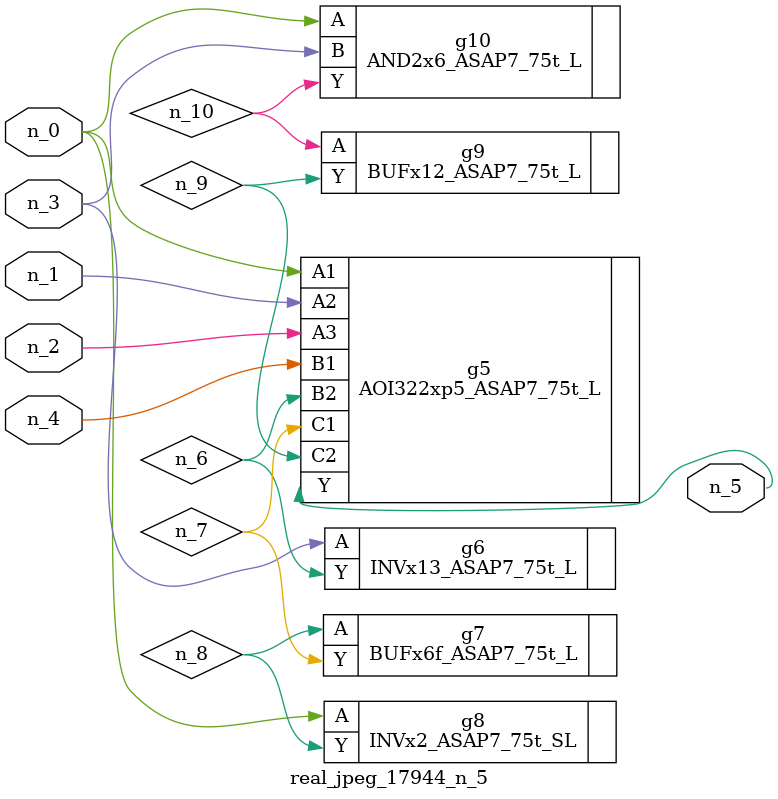
<source format=v>
module real_jpeg_17944_n_5 (n_4, n_0, n_1, n_2, n_3, n_5);

input n_4;
input n_0;
input n_1;
input n_2;
input n_3;

output n_5;

wire n_8;
wire n_6;
wire n_7;
wire n_10;
wire n_9;

AOI322xp5_ASAP7_75t_L g5 ( 
.A1(n_0),
.A2(n_1),
.A3(n_2),
.B1(n_4),
.B2(n_6),
.C1(n_7),
.C2(n_9),
.Y(n_5)
);

INVx2_ASAP7_75t_SL g8 ( 
.A(n_0),
.Y(n_8)
);

AND2x6_ASAP7_75t_L g10 ( 
.A(n_0),
.B(n_3),
.Y(n_10)
);

INVx13_ASAP7_75t_L g6 ( 
.A(n_3),
.Y(n_6)
);

BUFx6f_ASAP7_75t_L g7 ( 
.A(n_8),
.Y(n_7)
);

BUFx12_ASAP7_75t_L g9 ( 
.A(n_10),
.Y(n_9)
);


endmodule
</source>
